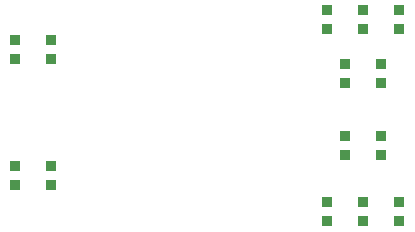
<source format=gbr>
%TF.GenerationSoftware,KiCad,Pcbnew,(5.1.9)-1*%
%TF.CreationDate,2021-03-10T13:48:37-05:00*%
%TF.ProjectId,RKJXT1F42001_Breakout,524b4a58-5431-4463-9432-3030315f4272,rev?*%
%TF.SameCoordinates,Original*%
%TF.FileFunction,Paste,Top*%
%TF.FilePolarity,Positive*%
%FSLAX46Y46*%
G04 Gerber Fmt 4.6, Leading zero omitted, Abs format (unit mm)*
G04 Created by KiCad (PCBNEW (5.1.9)-1) date 2021-03-10 13:48:37*
%MOMM*%
%LPD*%
G01*
G04 APERTURE LIST*
%ADD10R,0.950000X0.900000*%
G04 APERTURE END LIST*
D10*
%TO.C,R12*%
X125476000Y-68796000D03*
X125476000Y-70396000D03*
%TD*%
%TO.C,R13*%
X128524000Y-81064000D03*
X128524000Y-79464000D03*
%TD*%
%TO.C,R14*%
X128524000Y-68796000D03*
X128524000Y-70396000D03*
%TD*%
%TO.C,R11*%
X125476000Y-81064000D03*
X125476000Y-79464000D03*
%TD*%
%TO.C,R10*%
X157988000Y-67856000D03*
X157988000Y-66256000D03*
%TD*%
%TO.C,R9*%
X157988000Y-82512000D03*
X157988000Y-84112000D03*
%TD*%
%TO.C,R8*%
X156464000Y-72428000D03*
X156464000Y-70828000D03*
%TD*%
%TO.C,R7*%
X156464000Y-76924000D03*
X156464000Y-78524000D03*
%TD*%
%TO.C,R6*%
X153416000Y-72428000D03*
X153416000Y-70828000D03*
%TD*%
%TO.C,R5*%
X153416000Y-76924000D03*
X153416000Y-78524000D03*
%TD*%
%TO.C,R4*%
X154940000Y-67856000D03*
X154940000Y-66256000D03*
%TD*%
%TO.C,R3*%
X154940000Y-82512000D03*
X154940000Y-84112000D03*
%TD*%
%TO.C,R2*%
X151892000Y-67856000D03*
X151892000Y-66256000D03*
%TD*%
%TO.C,R1*%
X151892000Y-82512000D03*
X151892000Y-84112000D03*
%TD*%
M02*

</source>
